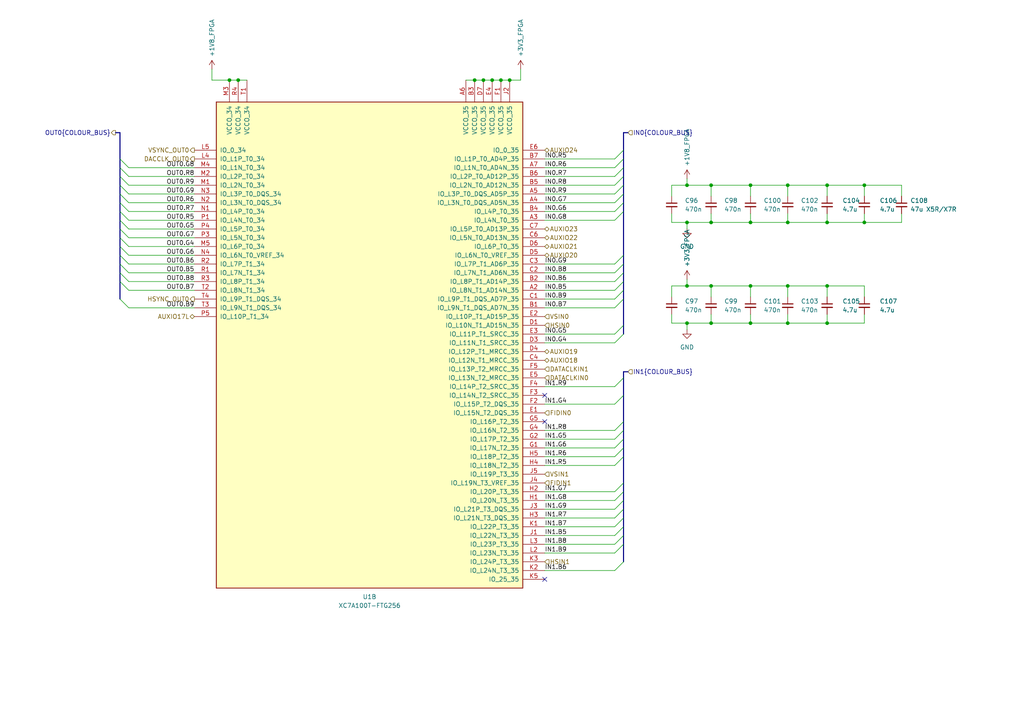
<source format=kicad_sch>
(kicad_sch (version 20211123) (generator eeschema)
  (paper "A4")
  (title_block (title "VGA Centrifuge") (date "2022-10-03") (rev "R3") (comment 1 "Author: Paolo Celati") (comment 2 "FPGA Video IO"))
  (lib_symbols
    (symbol "Device:C_Small" (pin_numbers hide) (pin_names (offset 0.254) hide)
      (property "Reference" "C" (at 0.254 1.778 0))
      (property "Value" "C_Small" (at 0.254 -2.032 0))
      (symbol "C_Small_0_1"
        (polyline (pts (xy -1.524 -0.508) (xy 1.524 -0.508)) (stroke (width 0.3302)))
        (polyline (pts (xy -1.524 0.508) (xy 1.524 0.508)) (stroke (width 0.3048)))
      )
      (symbol "C_Small_1_1"
        (pin passive line (at 0 2.54 270) (length 2.032) (name "~") (number "1"))
        (pin passive line (at 0 -2.54 90) (length 2.032) (name "~") (number "2"))
      )
    )
    (symbol "FPGA_Xilinx_Artix7:XC7A100T-FTG256" (pin_names (offset 1.016))
      (property "Reference" "U" (at 0 1.27 0))
      (property "Value" "XC7A100T-FTG256" (at 0 -1.27 0))
      (symbol "XC7A100T-FTG256_1_1"
        (rectangle (start -44.45 67.31) (end 44.45 -73.66) (stroke (width 0.254)) (fill (type background)))
        (pin bidirectional line (at 50.8 38.1 180) (length 6.35) (name "IO_L3N_T0_DQS_AD1N_15") (number "A10"))
        (pin bidirectional line (at 50.8 27.94 180) (length 6.35) (name "IO_L5N_T0_AD9N_15") (number "A12"))
        (pin bidirectional line (at 50.8 20.32 180) (length 6.35) (name "IO_L7P_T1_AD2P_15") (number "A13"))
        (pin bidirectional line (at 50.8 17.78 180) (length 6.35) (name "IO_L7N_T1_AD2N_15") (number "A14"))
        (pin bidirectional line (at 50.8 7.62 180) (length 6.35) (name "IO_L9N_T1_DQS_AD3N_15") (number "A15"))
        (pin power_in line (at 27.94 73.66 270) (length 6.35) (name "VCCO_15") (number "A16"))
        (pin bidirectional line (at 50.8 45.72 180) (length 6.35) (name "IO_L2P_T0_AD8P_15") (number "A8"))
        (pin bidirectional line (at 50.8 43.18 180) (length 6.35) (name "IO_L2N_T0_AD8N_15") (number "A9"))
        (pin bidirectional line (at 50.8 35.56 180) (length 6.35) (name "IO_L4P_T0_15") (number "B10"))
        (pin bidirectional line (at 50.8 33.02 180) (length 6.35) (name "IO_L4N_T0_15") (number "B11"))
        (pin bidirectional line (at 50.8 30.48 180) (length 6.35) (name "IO_L5P_T0_AD9P_15") (number "B12"))
        (pin power_in line (at 30.48 73.66 270) (length 6.35) (name "VCCO_15") (number "B13"))
        (pin bidirectional line (at 50.8 12.7 180) (length 6.35) (name "IO_L8N_T1_AD10N_15") (number "B14"))
        (pin bidirectional line (at 50.8 10.16 180) (length 6.35) (name "IO_L9P_T1_DQS_AD3P_15") (number "B15"))
        (pin bidirectional line (at 50.8 2.54 180) (length 6.35) (name "IO_L10N_T1_AD11N_15") (number "B16"))
        (pin bidirectional line (at 50.8 40.64 180) (length 6.35) (name "IO_L3P_T0_DQS_AD1P_15") (number "B9"))
        (pin power_in line (at 33.02 73.66 270) (length 6.35) (name "VCCO_15") (number "C10"))
        (pin bidirectional line (at 50.8 0 180) (length 6.35) (name "IO_L11P_T1_SRCC_15") (number "C11"))
        (pin bidirectional line (at 50.8 -2.54 180) (length 6.35) (name "IO_L11N_T1_SRCC_15") (number "C12"))
        (pin bidirectional line (at 50.8 -7.62 180) (length 6.35) (name "IO_L12N_T1_MRCC_15") (number "C13"))
        (pin bidirectional line (at 50.8 15.24 180) (length 6.35) (name "IO_L8P_T1_AD10P_15") (number "C14"))
        (pin bidirectional line (at 50.8 5.08 180) (length 6.35) (name "IO_L10P_T1_AD11P_15") (number "C16"))
        (pin bidirectional line (at 50.8 50.8 180) (length 6.35) (name "IO_L1P_T0_AD0P_15") (number "C8"))
        (pin bidirectional line (at 50.8 48.26 180) (length 6.35) (name "IO_L1N_T0_AD0N_15") (number "C9"))
        (pin bidirectional line (at 50.8 53.34 180) (length 6.35) (name "IO_0_15") (number "D10"))
        (pin bidirectional line (at 50.8 -17.78 180) (length 6.35) (name "IO_L14N_T2_SRCC_15") (number "D11"))
        (pin bidirectional line (at 50.8 -5.08 180) (length 6.35) (name "IO_L12P_T1_MRCC_15") (number "D13"))
        (pin bidirectional line (at 50.8 -20.32 180) (length 6.35) (name "IO_L15P_T2_DQS_15") (number "D14"))
        (pin bidirectional line (at 50.8 -22.86 180) (length 6.35) (name "IO_L15N_T2_DQS_ADV_B_15") (number "D15"))
        (pin bidirectional line (at 50.8 -33.02 180) (length 6.35) (name "IO_L17N_T2_A25_15") (number "D16"))
        (pin bidirectional line (at 50.8 25.4 180) (length 6.35) (name "IO_L6P_T0_15") (number "D8"))
        (pin bidirectional line (at 50.8 22.86 180) (length 6.35) (name "IO_L6N_T0_VREF_15") (number "D9"))
        (pin bidirectional line (at 50.8 -15.24 180) (length 6.35) (name "IO_L14P_T2_SRCC_15") (number "E11"))
        (pin bidirectional line (at 50.8 -10.16 180) (length 6.35) (name "IO_L13P_T2_MRCC_15") (number "E12"))
        (pin bidirectional line (at 50.8 -12.7 180) (length 6.35) (name "IO_L13N_T2_MRCC_15") (number "E13"))
        (pin power_in line (at 35.56 73.66 270) (length 6.35) (name "VCCO_15") (number "E14"))
        (pin bidirectional line (at 50.8 -38.1 180) (length 6.35) (name "IO_L18N_T2_A23_15") (number "E15"))
        (pin bidirectional line (at 50.8 -30.48 180) (length 6.35) (name "IO_L17P_T2_A26_15") (number "E16"))
        (pin bidirectional line (at 50.8 -25.4 180) (length 6.35) (name "IO_L16P_T2_A28_15") (number "F12"))
        (pin bidirectional line (at 50.8 -27.94 180) (length 6.35) (name "IO_L16N_T2_A27_15") (number "F13"))
        (pin bidirectional line (at 50.8 -53.34 180) (length 6.35) (name "IO_L21N_T3_DQS_A18_15") (number "F14"))
        (pin bidirectional line (at 50.8 -35.56 180) (length 6.35) (name "IO_L18P_T2_A24_15") (number "F15"))
        (pin bidirectional line (at 50.8 -71.12 180) (length 6.35) (name "IO_25_15") (number "G11"))
        (pin bidirectional line (at 50.8 -43.18 180) (length 6.35) (name "IO_L19N_T3_A21_VREF_15") (number "G12"))
        (pin bidirectional line (at 50.8 -50.8 180) (length 6.35) (name "IO_L21P_T3_DQS_15") (number "G14"))
        (pin bidirectional line (at 50.8 -68.58 180) (length 6.35) (name "IO_L24N_T3_RS0_15") (number "G15"))
        (pin bidirectional line (at 50.8 -58.42 180) (length 6.35) (name "IO_L22N_T3_A16_15") (number "G16"))
        (pin bidirectional line (at 50.8 -40.64 180) (length 6.35) (name "IO_L19P_T3_A22_15") (number "H11"))
        (pin bidirectional line (at 50.8 -45.72 180) (length 6.35) (name "IO_L20P_T3_A20_15") (number "H12"))
        (pin bidirectional line (at 50.8 -48.26 180) (length 6.35) (name "IO_L20N_T3_A19_15") (number "H13"))
        (pin bidirectional line (at 50.8 -66.04 180) (length 6.35) (name "IO_L24P_T3_RS1_15") (number "H14"))
        (pin power_in line (at 38.1 73.66 270) (length 6.35) (name "VCCO_15") (number "H15"))
        (pin bidirectional line (at 50.8 -55.88 180) (length 6.35) (name "IO_L22P_T3_A17_15") (number "H16"))
        (pin power_in line (at 40.64 73.66 270) (length 6.35) (name "VCCO_15") (number "J12"))
        (pin bidirectional line (at -50.8 50.8 0) (length 6.35) (name "IO_L1P_T0_D00_MOSI_14") (number "J13"))
        (pin bidirectional line (at -50.8 48.26 0) (length 6.35) (name "IO_L1N_T0_D01_DIN_14") (number "J14"))
        (pin bidirectional line (at 50.8 -60.96 180) (length 6.35) (name "IO_L23P_T3_FOE_B_15") (number "J15"))
        (pin bidirectional line (at 50.8 -63.5 180) (length 6.35) (name "IO_L23N_T3_FWE_B_15") (number "J16"))
        (pin bidirectional line (at -50.8 53.34 0) (length 6.35) (name "IO_0_14") (number "K12"))
        (pin bidirectional line (at -50.8 30.48 0) (length 6.35) (name "IO_L5P_T0_D06_14") (number "K13"))
        (pin bidirectional line (at -50.8 45.72 0) (length 6.35) (name "IO_L2P_T0_D02_14") (number "K15"))
        (pin bidirectional line (at -50.8 43.18 0) (length 6.35) (name "IO_L2N_T0_D03_14") (number "K16"))
        (pin bidirectional line (at -50.8 25.4 0) (length 6.35) (name "IO_L6P_T0_FCS_B_14") (number "L12"))
        (pin bidirectional line (at -50.8 27.94 0) (length 6.35) (name "IO_L5N_T0_D07_14") (number "L13"))
        (pin bidirectional line (at -50.8 35.56 0) (length 6.35) (name "IO_L4P_T0_D04_14") (number "L14"))
        (pin bidirectional line (at -50.8 40.64 0) (length 6.35) (name "IO_L3P_T0_DQS_PUDC_B_14") (number "L15"))
        (pin power_in line (at -40.64 73.66 270) (length 6.35) (name "VCCO_14") (number "L16"))
        (pin bidirectional line (at -50.8 22.86 0) (length 6.35) (name "IO_L6N_T0_D08_VREF_14") (number "M12"))
        (pin power_in line (at -38.1 73.66 270) (length 6.35) (name "VCCO_14") (number "M13"))
        (pin bidirectional line (at -50.8 33.02 0) (length 6.35) (name "IO_L4N_T0_D05_14") (number "M14"))
        (pin bidirectional line (at -50.8 38.1 0) (length 6.35) (name "IO_L3N_T0_DQS_EMCCLK_14") (number "M15"))
        (pin bidirectional line (at -50.8 20.32 0) (length 6.35) (name "IO_L7P_T1_D09_14") (number "M16"))
        (pin bidirectional line (at -50.8 -40.64 0) (length 6.35) (name "IO_L19P_T3_A10_D26_14") (number "M6"))
        (pin power_in line (at -35.56 73.66 270) (length 6.35) (name "VCCO_14") (number "N10"))
        (pin bidirectional line (at -50.8 -10.16 0) (length 6.35) (name "IO_L13P_T2_MRCC_14") (number "N11"))
        (pin bidirectional line (at -50.8 -12.7 0) (length 6.35) (name "IO_L13N_T2_MRCC_14") (number "N12"))
        (pin bidirectional line (at -50.8 0 0) (length 6.35) (name "IO_L11P_T1_SRCC_14") (number "N13"))
        (pin bidirectional line (at -50.8 -5.08 0) (length 6.35) (name "IO_L12P_T1_MRCC_14") (number "N14"))
        (pin bidirectional line (at -50.8 17.78 0) (length 6.35) (name "IO_L7N_T1_D10_14") (number "N16"))
        (pin bidirectional line (at -50.8 -43.18 0) (length 6.35) (name "IO_L19N_T3_A09_D25_VREF_14") (number "N6"))
        (pin bidirectional line (at -50.8 -35.56 0) (length 6.35) (name "IO_L18P_T2_A12_D28_14") (number "N9"))
        (pin bidirectional line (at -50.8 -15.24 0) (length 6.35) (name "IO_L14P_T2_SRCC_14") (number "P10"))
        (pin bidirectional line (at -50.8 -17.78 0) (length 6.35) (name "IO_L14N_T2_SRCC_14") (number "P11"))
        (pin bidirectional line (at -50.8 -2.54 0) (length 6.35) (name "IO_L11N_T1_SRCC_14") (number "P13"))
        (pin bidirectional line (at -50.8 -7.62 0) (length 6.35) (name "IO_L12N_T1_MRCC_14") (number "P14"))
        (pin bidirectional line (at -50.8 15.24 0) (length 6.35) (name "IO_L8P_T1_D11_14") (number "P15"))
        (pin bidirectional line (at -50.8 12.7 0) (length 6.35) (name "IO_L8N_T1_D12_14") (number "P16"))
        (pin bidirectional line (at -50.8 -71.12 0) (length 6.35) (name "IO_25_14") (number "P6"))
        (pin power_in line (at -33.02 73.66 270) (length 6.35) (name "VCCO_14") (number "P7"))
        (pin bidirectional line (at -50.8 -45.72 0) (length 6.35) (name "IO_L20P_T3_A08_D24_14") (number "P8"))
        (pin bidirectional line (at -50.8 -38.1 0) (length 6.35) (name "IO_L18N_T2_A11_D27_14") (number "P9"))
        (pin bidirectional line (at -50.8 -30.48 0) (length 6.35) (name "IO_L17P_T2_A14_D30_14") (number "R10"))
        (pin bidirectional line (at -50.8 -33.02 0) (length 6.35) (name "IO_L17N_T2_A13_D29_14") (number "R11"))
        (pin bidirectional line (at -50.8 -20.32 0) (length 6.35) (name "IO_L15P_T2_DQS_RDWR_B_14") (number "R12"))
        (pin bidirectional line (at -50.8 -25.4 0) (length 6.35) (name "IO_L16P_T2_CSI_B_14") (number "R13"))
        (pin power_in line (at -30.48 73.66 270) (length 6.35) (name "VCCO_14") (number "R14"))
        (pin bidirectional line (at -50.8 10.16 0) (length 6.35) (name "IO_L9P_T1_DQS_14") (number "R15"))
        (pin bidirectional line (at -50.8 7.62 0) (length 6.35) (name "IO_L9N_T1_DQS_D13_14") (number "R16"))
        (pin bidirectional line (at -50.8 -60.96 0) (length 6.35) (name "IO_L23P_T3_A03_D19_14") (number "R5"))
        (pin bidirectional line (at -50.8 -66.04 0) (length 6.35) (name "IO_L24P_T3_A01_D17_14") (number "R6"))
        (pin bidirectional line (at -50.8 -68.58 0) (length 6.35) (name "IO_L24N_T3_A00_D16_14") (number "R7"))
        (pin bidirectional line (at -50.8 -48.26 0) (length 6.35) (name "IO_L20N_T3_A07_D23_14") (number "R8"))
        (pin bidirectional line (at -50.8 -58.42 0) (length 6.35) (name "IO_L22N_T3_A04_D20_14") (number "T10"))
        (pin power_in line (at -27.94 73.66 270) (length 6.35) (name "VCCO_14") (number "T11"))
        (pin bidirectional line (at -50.8 -22.86 0) (length 6.35) (name "IO_L15N_T2_DQS_DOUT_CSO_B_14") (number "T12"))
        (pin bidirectional line (at -50.8 -27.94 0) (length 6.35) (name "IO_L16N_T2_A15_D31_14") (number "T13"))
        (pin bidirectional line (at -50.8 5.08 0) (length 6.35) (name "IO_L10P_T1_D14_14") (number "T14"))
        (pin bidirectional line (at -50.8 2.54 0) (length 6.35) (name "IO_L10N_T1_D15_14") (number "T15"))
        (pin bidirectional line (at -50.8 -63.5 0) (length 6.35) (name "IO_L23N_T3_A02_D18_14") (number "T5"))
        (pin bidirectional line (at -50.8 -50.8 0) (length 6.35) (name "IO_L21P_T3_DQS_14") (number "T7"))
        (pin bidirectional line (at -50.8 -53.34 0) (length 6.35) (name "IO_L21N_T3_DQS_A06_D22_14") (number "T8"))
        (pin bidirectional line (at -50.8 -55.88 0) (length 6.35) (name "IO_L22P_T3_A05_D21_14") (number "T9"))
      )
      (symbol "XC7A100T-FTG256_2_1"
        (rectangle (start -44.45 67.31) (end 44.45 -73.66) (stroke (width 0.254)) (fill (type background)))
        (pin bidirectional line (at 50.8 12.7 180) (length 6.35) (name "IO_L8N_T1_AD14N_35") (number "A2"))
        (pin bidirectional line (at 50.8 33.02 180) (length 6.35) (name "IO_L4N_T0_35") (number "A3"))
        (pin bidirectional line (at 50.8 38.1 180) (length 6.35) (name "IO_L3N_T0_DQS_AD5N_35") (number "A4"))
        (pin bidirectional line (at 50.8 40.64 180) (length 6.35) (name "IO_L3P_T0_DQS_AD5P_35") (number "A5"))
        (pin power_in line (at 27.94 73.66 270) (length 6.35) (name "VCCO_35") (number "A6"))
        (pin bidirectional line (at 50.8 48.26 180) (length 6.35) (name "IO_L1N_T0_AD4N_35") (number "A7"))
        (pin bidirectional line (at 50.8 7.62 180) (length 6.35) (name "IO_L9N_T1_DQS_AD7N_35") (number "B1"))
        (pin bidirectional line (at 50.8 15.24 180) (length 6.35) (name "IO_L8P_T1_AD14P_35") (number "B2"))
        (pin power_in line (at 30.48 73.66 270) (length 6.35) (name "VCCO_35") (number "B3"))
        (pin bidirectional line (at 50.8 35.56 180) (length 6.35) (name "IO_L4P_T0_35") (number "B4"))
        (pin bidirectional line (at 50.8 43.18 180) (length 6.35) (name "IO_L2N_T0_AD12N_35") (number "B5"))
        (pin bidirectional line (at 50.8 45.72 180) (length 6.35) (name "IO_L2P_T0_AD12P_35") (number "B6"))
        (pin bidirectional line (at 50.8 50.8 180) (length 6.35) (name "IO_L1P_T0_AD4P_35") (number "B7"))
        (pin bidirectional line (at 50.8 10.16 180) (length 6.35) (name "IO_L9P_T1_DQS_AD7P_35") (number "C1"))
        (pin bidirectional line (at 50.8 17.78 180) (length 6.35) (name "IO_L7N_T1_AD6N_35") (number "C2"))
        (pin bidirectional line (at 50.8 20.32 180) (length 6.35) (name "IO_L7P_T1_AD6P_35") (number "C3"))
        (pin bidirectional line (at 50.8 -7.62 180) (length 6.35) (name "IO_L12N_T1_MRCC_35") (number "C4"))
        (pin bidirectional line (at 50.8 27.94 180) (length 6.35) (name "IO_L5N_T0_AD13N_35") (number "C6"))
        (pin bidirectional line (at 50.8 30.48 180) (length 6.35) (name "IO_L5P_T0_AD13P_35") (number "C7"))
        (pin bidirectional line (at 50.8 2.54 180) (length 6.35) (name "IO_L10N_T1_AD15N_35") (number "D1"))
        (pin bidirectional line (at 50.8 -2.54 180) (length 6.35) (name "IO_L11N_T1_SRCC_35") (number "D3"))
        (pin bidirectional line (at 50.8 -5.08 180) (length 6.35) (name "IO_L12P_T1_MRCC_35") (number "D4"))
        (pin bidirectional line (at 50.8 22.86 180) (length 6.35) (name "IO_L6N_T0_VREF_35") (number "D5"))
        (pin bidirectional line (at 50.8 25.4 180) (length 6.35) (name "IO_L6P_T0_35") (number "D6"))
        (pin power_in line (at 33.02 73.66 270) (length 6.35) (name "VCCO_35") (number "D7"))
        (pin bidirectional line (at 50.8 -22.86 180) (length 6.35) (name "IO_L15N_T2_DQS_35") (number "E1"))
        (pin bidirectional line (at 50.8 5.08 180) (length 6.35) (name "IO_L10P_T1_AD15P_35") (number "E2"))
        (pin bidirectional line (at 50.8 0 180) (length 6.35) (name "IO_L11P_T1_SRCC_35") (number "E3"))
        (pin power_in line (at 35.56 73.66 270) (length 6.35) (name "VCCO_35") (number "E4"))
        (pin bidirectional line (at 50.8 -12.7 180) (length 6.35) (name "IO_L13N_T2_MRCC_35") (number "E5"))
        (pin bidirectional line (at 50.8 53.34 180) (length 6.35) (name "IO_0_35") (number "E6"))
        (pin power_in line (at 38.1 73.66 270) (length 6.35) (name "VCCO_35") (number "F1"))
        (pin bidirectional line (at 50.8 -20.32 180) (length 6.35) (name "IO_L15P_T2_DQS_35") (number "F2"))
        (pin bidirectional line (at 50.8 -17.78 180) (length 6.35) (name "IO_L14N_T2_SRCC_35") (number "F3"))
        (pin bidirectional line (at 50.8 -15.24 180) (length 6.35) (name "IO_L14P_T2_SRCC_35") (number "F4"))
        (pin bidirectional line (at 50.8 -10.16 180) (length 6.35) (name "IO_L13P_T2_MRCC_35") (number "F5"))
        (pin bidirectional line (at 50.8 -33.02 180) (length 6.35) (name "IO_L17N_T2_35") (number "G1"))
        (pin bidirectional line (at 50.8 -30.48 180) (length 6.35) (name "IO_L17P_T2_35") (number "G2"))
        (pin bidirectional line (at 50.8 -27.94 180) (length 6.35) (name "IO_L16N_T2_35") (number "G4"))
        (pin bidirectional line (at 50.8 -25.4 180) (length 6.35) (name "IO_L16P_T2_35") (number "G5"))
        (pin bidirectional line (at 50.8 -48.26 180) (length 6.35) (name "IO_L20N_T3_35") (number "H1"))
        (pin bidirectional line (at 50.8 -45.72 180) (length 6.35) (name "IO_L20P_T3_35") (number "H2"))
        (pin bidirectional line (at 50.8 -53.34 180) (length 6.35) (name "IO_L21N_T3_DQS_35") (number "H3"))
        (pin bidirectional line (at 50.8 -38.1 180) (length 6.35) (name "IO_L18N_T2_35") (number "H4"))
        (pin bidirectional line (at 50.8 -35.56 180) (length 6.35) (name "IO_L18P_T2_35") (number "H5"))
        (pin bidirectional line (at 50.8 -58.42 180) (length 6.35) (name "IO_L22N_T3_35") (number "J1"))
        (pin power_in line (at 40.64 73.66 270) (length 6.35) (name "VCCO_35") (number "J2"))
        (pin bidirectional line (at 50.8 -50.8 180) (length 6.35) (name "IO_L21P_T3_DQS_35") (number "J3"))
        (pin bidirectional line (at 50.8 -43.18 180) (length 6.35) (name "IO_L19N_T3_VREF_35") (number "J4"))
        (pin bidirectional line (at 50.8 -40.64 180) (length 6.35) (name "IO_L19P_T3_35") (number "J5"))
        (pin bidirectional line (at 50.8 -55.88 180) (length 6.35) (name "IO_L22P_T3_35") (number "K1"))
        (pin bidirectional line (at 50.8 -68.58 180) (length 6.35) (name "IO_L24N_T3_35") (number "K2"))
        (pin bidirectional line (at 50.8 -66.04 180) (length 6.35) (name "IO_L24P_T3_35") (number "K3"))
        (pin bidirectional line (at 50.8 -71.12 180) (length 6.35) (name "IO_25_35") (number "K5"))
        (pin bidirectional line (at 50.8 -63.5 180) (length 6.35) (name "IO_L23N_T3_35") (number "L2"))
        (pin bidirectional line (at 50.8 -60.96 180) (length 6.35) (name "IO_L23P_T3_35") (number "L3"))
        (pin bidirectional line (at -50.8 50.8 0) (length 6.35) (name "IO_L1P_T0_34") (number "L4"))
        (pin bidirectional line (at -50.8 53.34 0) (length 6.35) (name "IO_0_34") (number "L5"))
        (pin bidirectional line (at -50.8 43.18 0) (length 6.35) (name "IO_L2N_T0_34") (number "M1"))
        (pin bidirectional line (at -50.8 45.72 0) (length 6.35) (name "IO_L2P_T0_34") (number "M2"))
        (pin power_in line (at -40.64 73.66 270) (length 6.35) (name "VCCO_34") (number "M3"))
        (pin bidirectional line (at -50.8 48.26 0) (length 6.35) (name "IO_L1N_T0_34") (number "M4"))
        (pin bidirectional line (at -50.8 25.4 0) (length 6.35) (name "IO_L6P_T0_34") (number "M5"))
        (pin bidirectional line (at -50.8 35.56 0) (length 6.35) (name "IO_L4P_T0_34") (number "N1"))
        (pin bidirectional line (at -50.8 38.1 0) (length 6.35) (name "IO_L3N_T0_DQS_34") (number "N2"))
        (pin bidirectional line (at -50.8 40.64 0) (length 6.35) (name "IO_L3P_T0_DQS_34") (number "N3"))
        (pin bidirectional line (at -50.8 22.86 0) (length 6.35) (name "IO_L6N_T0_VREF_34") (number "N4"))
        (pin bidirectional line (at -50.8 33.02 0) (length 6.35) (name "IO_L4N_T0_34") (number "P1"))
        (pin bidirectional line (at -50.8 27.94 0) (length 6.35) (name "IO_L5N_T0_34") (number "P3"))
        (pin bidirectional line (at -50.8 30.48 0) (length 6.35) (name "IO_L5P_T0_34") (number "P4"))
        (pin bidirectional line (at -50.8 5.08 0) (length 6.35) (name "IO_L10P_T1_34") (number "P5"))
        (pin bidirectional line (at -50.8 17.78 0) (length 6.35) (name "IO_L7N_T1_34") (number "R1"))
        (pin bidirectional line (at -50.8 20.32 0) (length 6.35) (name "IO_L7P_T1_34") (number "R2"))
        (pin bidirectional line (at -50.8 15.24 0) (length 6.35) (name "IO_L8P_T1_34") (number "R3"))
        (pin power_in line (at -38.1 73.66 270) (length 6.35) (name "VCCO_34") (number "R4"))
        (pin power_in line (at -35.56 73.66 270) (length 6.35) (name "VCCO_34") (number "T1"))
        (pin bidirectional line (at -50.8 12.7 0) (length 6.35) (name "IO_L8N_T1_34") (number "T2"))
        (pin bidirectional line (at -50.8 7.62 0) (length 6.35) (name "IO_L9N_T1_DQS_34") (number "T3"))
        (pin bidirectional line (at -50.8 10.16 0) (length 6.35) (name "IO_L9P_T1_DQS_34") (number "T4"))
      )
      (symbol "XC7A100T-FTG256_3_1"
        (rectangle (start -31.75 34.29) (end 31.75 -40.64) (stroke (width 0.254)) (fill (type background)))
        (pin bidirectional line (at 38.1 -15.24 180) (length 6.35) (name "CFGBVS_0") (number "E7"))
        (pin bidirectional line (at 38.1 7.62 180) (length 6.35) (name "CCLK_0") (number "E8"))
        (pin bidirectional line (at 38.1 -5.08 180) (length 6.35) (name "DONE_0") (number "H10"))
        (pin bidirectional line (at 38.1 -30.48 180) (length 6.35) (name "VREFN_0") (number "H7"))
        (pin bidirectional line (at 38.1 -20.32 180) (length 6.35) (name "VP_0") (number "H8"))
        (pin bidirectional line (at 38.1 -22.86 180) (length 6.35) (name "VN_0") (number "J7"))
        (pin bidirectional line (at 38.1 -27.94 180) (length 6.35) (name "VREFP_0") (number "J8"))
        (pin bidirectional line (at 38.1 -7.62 180) (length 6.35) (name "INIT_B_0") (number "K10"))
        (pin bidirectional line (at 38.1 -38.1 180) (length 6.35) (name "DXN_0") (number "K7"))
        (pin bidirectional line (at 38.1 -35.56 180) (length 6.35) (name "DXP_0") (number "K8"))
        (pin power_in line (at 27.94 40.64 270) (length 6.35) (name "VCCO_0") (number "L6"))
        (pin bidirectional line (at 38.1 12.7 180) (length 6.35) (name "TCK_0") (number "L7"))
        (pin bidirectional line (at 38.1 -10.16 180) (length 6.35) (name "PROGRAM_B_0") (number "L9"))
        (pin bidirectional line (at 38.1 2.54 180) (length 6.35) (name "M1_0") (number "M10"))
        (pin bidirectional line (at 38.1 0 180) (length 6.35) (name "M2_0") (number "M11"))
        (pin bidirectional line (at 38.1 15.24 180) (length 6.35) (name "TMS_0") (number "M7"))
        (pin bidirectional line (at 38.1 5.08 180) (length 6.35) (name "M0_0") (number "M9"))
        (pin bidirectional line (at 38.1 20.32 180) (length 6.35) (name "TDI_0") (number "N7"))
        (pin bidirectional line (at 38.1 17.78 180) (length 6.35) (name "TDO_0") (number "N8"))
      )
      (symbol "XC7A100T-FTG256_4_1"
        (rectangle (start -19.05 35.56) (end 19.05 -35.56) (stroke (width 0.254)) (fill (type background)))
        (pin power_in line (at -25.4 2.54 0) (length 6.35) (name "GND") (number "A1"))
        (pin power_in line (at -25.4 0 0) (length 6.35) (name "GND") (number "A11"))
        (pin power_in line (at -25.4 -2.54 0) (length 6.35) (name "GND") (number "B8"))
        (pin power_in line (at -25.4 -7.62 0) (length 6.35) (name "GND") (number "C15"))
        (pin power_in line (at -25.4 -5.08 0) (length 6.35) (name "GND") (number "C5"))
        (pin power_in line (at -25.4 -12.7 0) (length 6.35) (name "GND") (number "D12"))
        (pin power_in line (at -25.4 -10.16 0) (length 6.35) (name "GND") (number "D2"))
        (pin power_in line (at -25.4 12.7 0) (length 6.35) (name "VCCBRAM") (number "E10"))
        (pin power_in line (at -25.4 -15.24 0) (length 6.35) (name "GND") (number "E9"))
        (pin power_in line (at -25.4 -20.32 0) (length 6.35) (name "GND") (number "F10"))
        (pin power_in line (at -25.4 10.16 0) (length 6.35) (name "VCCBRAM") (number "F11"))
        (pin power_in line (at -25.4 -22.86 0) (length 6.35) (name "GND") (number "F16"))
        (pin power_in line (at -25.4 -17.78 0) (length 6.35) (name "GND") (number "F6"))
        (pin power_in line (at 25.4 33.02 180) (length 6.35) (name "VCCINT") (number "F7"))
        (pin power_in line (at -25.4 15.24 0) (length 6.35) (name "VCCBATT_0") (number "F8"))
        (pin power_in line (at 25.4 30.48 180) (length 6.35) (name "VCCINT") (number "F9"))
        (pin power_in line (at -25.4 33.02 0) (length 6.35) (name "VCCAUX") (number "G10"))
        (pin power_in line (at -25.4 -30.48 0) (length 6.35) (name "GND") (number "G13"))
        (pin power_in line (at -25.4 -25.4 0) (length 6.35) (name "GND") (number "G3"))
        (pin power_in line (at 25.4 27.94 180) (length 6.35) (name "VCCINT") (number "G6"))
        (pin power_in line (at -25.4 20.32 0) (length 6.35) (name "GNDADC_0") (number "G7"))
        (pin power_in line (at -25.4 17.78 0) (length 6.35) (name "VCCADC_0") (number "G8"))
        (pin power_in line (at -25.4 -27.94 0) (length 6.35) (name "GND") (number "G9"))
        (pin power_in line (at -25.4 -33.02 0) (length 6.35) (name "GND") (number "H6"))
        (pin power_in line (at 25.4 25.4 180) (length 6.35) (name "VCCINT") (number "H9"))
        (pin power_in line (at -25.4 30.48 0) (length 6.35) (name "VCCAUX") (number "J10"))
        (pin power_in line (at 25.4 0 180) (length 6.35) (name "GND") (number "J11"))
        (pin power_in line (at 25.4 22.86 180) (length 6.35) (name "VCCINT") (number "J6"))
        (pin power_in line (at 25.4 2.54 180) (length 6.35) (name "GND") (number "J9"))
        (pin power_in line (at -25.4 27.94 0) (length 6.35) (name "VCCAUX") (number "K11"))
        (pin power_in line (at 25.4 -7.62 180) (length 6.35) (name "GND") (number "K14"))
        (pin power_in line (at 25.4 -2.54 180) (length 6.35) (name "GND") (number "K4"))
        (pin power_in line (at 25.4 -5.08 180) (length 6.35) (name "GND") (number "K6"))
        (pin power_in line (at 25.4 20.32 180) (length 6.35) (name "VCCINT") (number "K9"))
        (pin power_in line (at 25.4 -10.16 180) (length 6.35) (name "GND") (number "L1"))
        (pin power_in line (at -25.4 25.4 0) (length 6.35) (name "VCCAUX") (number "L10"))
        (pin power_in line (at 25.4 -12.7 180) (length 6.35) (name "GND") (number "L11"))
        (pin power_in line (at 25.4 17.78 180) (length 6.35) (name "VCCINT") (number "L8"))
        (pin power_in line (at 25.4 -15.24 180) (length 6.35) (name "GND") (number "M8"))
        (pin power_in line (at 25.4 -20.32 180) (length 6.35) (name "GND") (number "N15"))
        (pin power_in line (at 25.4 -17.78 180) (length 6.35) (name "GND") (number "N5"))
        (pin power_in line (at 25.4 -25.4 180) (length 6.35) (name "GND") (number "P12"))
        (pin power_in line (at 25.4 -22.86 180) (length 6.35) (name "GND") (number "P2"))
        (pin power_in line (at 25.4 -27.94 180) (length 6.35) (name "GND") (number "R9"))
        (pin power_in line (at 25.4 -33.02 180) (length 6.35) (name "GND") (number "T16"))
        (pin power_in line (at 25.4 -30.48 180) (length 6.35) (name "GND") (number "T6"))
      )
    )
    (symbol "centrifuge_symbols:+1V8_FPGA" (power) (pin_names (offset 0))
      (property "Value" "+1V8_FPGA" (at 0 3.556 90))
      (symbol "+1V8_FPGA_0_1"
        (polyline (pts (xy -0.762 1.27) (xy 0 2.54)))
        (polyline (pts (xy 0 0) (xy 0 2.54)))
        (polyline (pts (xy 0 2.54) (xy 0.762 1.27)))
      )
      (symbol "+1V8_FPGA_1_1"
        (pin power_in line (at 0 0 90) (length 0) hide (name "+1V8_FPGA") (number "1"))
      )
    )
    (symbol "centrifuge_symbols:+3V3_FPGA" (power) (pin_names (offset 0))
      (property "Value" "+3V3_FPGA" (at 0 3.556 90))
      (symbol "+3V3_FPGA_0_1"
        (polyline (pts (xy -0.762 1.27) (xy 0 2.54)))
        (polyline (pts (xy 0 0) (xy 0 2.54)))
        (polyline (pts (xy 0 2.54) (xy 0.762 1.27)))
      )
      (symbol "+3V3_FPGA_1_1"
        (pin power_in line (at 0 0 90) (length 0) hide (name "+3V3_FPGA") (number "1"))
      )
    )
    (symbol "power:GND" (power) (pin_names (offset 0))
      (property "Value" "GND" (at 0 -3.81 0))
      (symbol "GND_0_1"
        (polyline (pts (xy 0 0) (xy 0 -1.27) (xy 1.27 -1.27) (xy 0 -2.54) (xy -1.27 -1.27) (xy 0 -1.27)))
      )
      (symbol "GND_1_1"
        (pin power_in line (at 0 0 270) (length 0) hide (name "GND") (number "1"))
      )
    )
  )
  (junction (at 199.263 93.726))
  (junction (at 239.903 93.726))
  (junction (at 239.903 82.931))
  (junction (at 228.473 53.721))
  (junction (at 140.208 23.241))
  (junction (at 206.248 93.726))
  (junction (at 66.548 23.241))
  (junction (at 147.828 23.241))
  (junction (at 217.678 82.931))
  (junction (at 239.903 53.721))
  (junction (at 228.473 93.726))
  (junction (at 206.248 53.721))
  (junction (at 142.748 23.241))
  (junction (at 199.263 53.721))
  (junction (at 217.678 64.516))
  (junction (at 217.678 53.721))
  (junction (at 137.668 23.241))
  (junction (at 145.288 23.241))
  (junction (at 228.473 82.931))
  (junction (at 69.088 23.241))
  (junction (at 199.263 64.516))
  (junction (at 250.698 53.721))
  (junction (at 199.263 82.931))
  (junction (at 239.903 64.516))
  (junction (at 217.678 93.726))
  (junction (at 206.248 64.516))
  (junction (at 206.248 82.931))
  (junction (at 228.473 64.516))
  (junction (at 250.698 64.516))
  (no_connect (at 157.988 168.021))
  (no_connect (at 157.988 114.681))
  (no_connect (at 157.988 122.301))
  (bus_entry (at 37.338 89.281) (size -2.54 -2.54))
  (bus_entry (at 178.308 147.701) (size 2.54 -2.54))
  (bus_entry (at 178.308 117.221) (size 2.54 -2.54))
  (bus_entry (at 37.338 71.501) (size -2.54 -2.54))
  (bus_entry (at 178.308 142.621) (size 2.54 -2.54))
  (bus_entry (at 178.308 79.121) (size 2.54 -2.54))
  (bus_entry (at 178.308 124.841) (size 2.54 -2.54))
  (bus_entry (at 37.338 61.341) (size -2.54 -2.54))
  (bus_entry (at 37.338 79.121) (size -2.54 -2.54))
  (bus_entry (at 37.338 84.201) (size -2.54 -2.54))
  (bus_entry (at 178.308 135.001) (size 2.54 -2.54))
  (bus_entry (at 178.308 58.801) (size 2.54 -2.54))
  (bus_entry (at 178.308 160.401) (size 2.54 -2.54))
  (bus_entry (at 178.308 63.881) (size 2.54 -2.54))
  (bus_entry (at 178.308 157.861) (size 2.54 -2.54))
  (bus_entry (at 37.338 66.421) (size -2.54 -2.54))
  (bus_entry (at 37.338 48.641) (size -2.54 -2.54))
  (bus_entry (at 178.308 132.461) (size 2.54 -2.54))
  (bus_entry (at 37.338 68.961) (size -2.54 -2.54))
  (bus_entry (at 178.308 48.641) (size 2.54 -2.54))
  (bus_entry (at 37.338 81.661) (size -2.54 -2.54))
  (bus_entry (at 178.308 61.341) (size 2.54 -2.54))
  (bus_entry (at 178.308 112.141) (size 2.54 -2.54))
  (bus_entry (at 37.338 74.041) (size -2.54 -2.54))
  (bus_entry (at 37.338 53.721) (size -2.54 -2.54))
  (bus_entry (at 178.308 99.441) (size 2.54 -2.54))
  (bus_entry (at 37.338 51.181) (size -2.54 -2.54))
  (bus_entry (at 178.308 165.481) (size 2.54 -2.54))
  (bus_entry (at 178.308 155.321) (size 2.54 -2.54))
  (bus_entry (at 178.308 152.781) (size 2.54 -2.54))
  (bus_entry (at 178.308 51.181) (size 2.54 -2.54))
  (bus_entry (at 178.308 84.201) (size 2.54 -2.54))
  (bus_entry (at 37.338 63.881) (size -2.54 -2.54))
  (bus_entry (at 178.308 129.921) (size 2.54 -2.54))
  (bus_entry (at 37.338 76.581) (size -2.54 -2.54))
  (bus_entry (at 178.308 56.261) (size 2.54 -2.54))
  (bus_entry (at 37.338 56.261) (size -2.54 -2.54))
  (bus_entry (at 178.308 53.721) (size 2.54 -2.54))
  (bus_entry (at 37.338 58.801) (size -2.54 -2.54))
  (bus_entry (at 178.308 96.901) (size 2.54 -2.54))
  (bus_entry (at 178.308 76.581) (size 2.54 -2.54))
  (bus_entry (at 178.308 127.381) (size 2.54 -2.54))
  (bus_entry (at 178.308 81.661) (size 2.54 -2.54))
  (bus_entry (at 178.308 46.101) (size 2.54 -2.54))
  (bus_entry (at 178.308 89.281) (size 2.54 -2.54))
  (bus_entry (at 178.308 150.241) (size 2.54 -2.54))
  (bus_entry (at 178.308 86.741) (size 2.54 -2.54))
  (bus_entry (at 178.308 145.161) (size 2.54 -2.54))
  (wire (pts (xy 66.548 23.241) (xy 69.088 23.241)))
  (wire (pts (xy 178.308 124.841) (xy 157.988 124.841)))
  (wire (pts (xy 37.338 76.581) (xy 56.388 76.581)))
  (wire (pts (xy 178.308 145.161) (xy 157.988 145.161)))
  (bus (pts (xy 34.798 53.721) (xy 34.798 56.261)))
  (wire (pts (xy 217.678 53.721) (xy 217.678 56.896)))
  (wire (pts (xy 250.698 82.931) (xy 250.698 86.106)))
  (bus (pts (xy 182.118 107.823) (xy 180.848 107.823)))
  (wire (pts (xy 239.903 82.931) (xy 239.903 86.106)))
  (wire (pts (xy 37.338 66.421) (xy 56.388 66.421)))
  (bus (pts (xy 180.848 114.681) (xy 180.848 109.601)))
  (wire (pts (xy 239.903 53.721) (xy 250.698 53.721)))
  (bus (pts (xy 180.848 124.841) (xy 180.848 127.381)))
  (wire (pts (xy 194.818 64.516) (xy 199.263 64.516)))
  (wire (pts (xy 178.308 112.141) (xy 157.988 112.141)))
  (bus (pts (xy 34.798 79.121) (xy 34.798 81.661)))
  (wire (pts (xy 217.678 64.516) (xy 228.473 64.516)))
  (wire (pts (xy 69.088 23.241) (xy 71.628 23.241)))
  (wire (pts (xy 228.473 53.721) (xy 228.473 56.896)))
  (bus (pts (xy 180.848 76.581) (xy 180.848 79.121)))
  (bus (pts (xy 34.798 74.041) (xy 34.798 76.581)))
  (wire (pts (xy 199.263 81.026) (xy 199.263 82.931)))
  (wire (pts (xy 37.338 58.801) (xy 56.388 58.801)))
  (bus (pts (xy 180.848 84.201) (xy 180.848 86.741)))
  (bus (pts (xy 180.848 147.701) (xy 180.848 150.241)))
  (wire (pts (xy 228.473 93.726) (xy 239.903 93.726)))
  (bus (pts (xy 180.848 61.341) (xy 180.848 58.801)))
  (bus (pts (xy 180.848 124.841) (xy 180.848 122.301)))
  (wire (pts (xy 37.338 71.501) (xy 56.388 71.501)))
  (wire (pts (xy 178.308 117.221) (xy 157.988 117.221)))
  (wire (pts (xy 178.308 86.741) (xy 157.988 86.741)))
  (wire (pts (xy 178.308 79.121) (xy 157.988 79.121)))
  (bus (pts (xy 34.798 63.881) (xy 34.798 61.341)))
  (wire (pts (xy 217.678 93.726) (xy 217.678 91.186)))
  (wire (pts (xy 250.698 64.516) (xy 261.493 64.516)))
  (wire (pts (xy 37.338 63.881) (xy 56.388 63.881)))
  (wire (pts (xy 206.248 64.516) (xy 217.678 64.516)))
  (wire (pts (xy 250.698 93.726) (xy 250.698 91.186)))
  (wire (pts (xy 239.903 53.721) (xy 239.903 56.896)))
  (wire (pts (xy 206.248 82.931) (xy 206.248 86.106)))
  (wire (pts (xy 178.308 147.701) (xy 157.988 147.701)))
  (bus (pts (xy 180.848 145.161) (xy 180.848 147.701)))
  (bus (pts (xy 34.798 51.181) (xy 34.798 48.641)))
  (wire (pts (xy 228.473 82.931) (xy 228.473 86.106)))
  (wire (pts (xy 37.338 89.281) (xy 56.388 89.281)))
  (bus (pts (xy 34.798 76.581) (xy 34.798 79.121)))
  (bus (pts (xy 33.528 38.481) (xy 34.798 38.481)))
  (bus (pts (xy 180.848 51.181) (xy 180.848 53.721)))
  (bus (pts (xy 180.848 140.081) (xy 180.848 142.621)))
  (wire (pts (xy 135.128 23.241) (xy 137.668 23.241)))
  (wire (pts (xy 194.818 93.726) (xy 194.818 91.186)))
  (bus (pts (xy 180.848 114.681) (xy 180.848 122.301)))
  (wire (pts (xy 145.288 23.241) (xy 147.828 23.241)))
  (bus (pts (xy 34.798 51.181) (xy 34.798 53.721)))
  (bus (pts (xy 180.848 142.621) (xy 180.848 145.161)))
  (wire (pts (xy 178.308 155.321) (xy 157.988 155.321)))
  (wire (pts (xy 178.308 56.261) (xy 157.988 56.261)))
  (wire (pts (xy 178.308 63.881) (xy 157.988 63.881)))
  (wire (pts (xy 37.338 56.261) (xy 56.388 56.261)))
  (wire (pts (xy 239.903 64.516) (xy 250.698 64.516)))
  (wire (pts (xy 199.263 93.726) (xy 199.263 95.631)))
  (bus (pts (xy 34.798 61.341) (xy 34.798 58.801)))
  (bus (pts (xy 180.848 81.661) (xy 180.848 84.201)))
  (bus (pts (xy 180.848 132.461) (xy 180.848 140.081)))
  (wire (pts (xy 206.248 53.721) (xy 217.678 53.721)))
  (wire (pts (xy 250.698 53.721) (xy 250.698 56.896)))
  (wire (pts (xy 261.493 53.721) (xy 250.698 53.721)))
  (wire (pts (xy 228.473 64.516) (xy 239.903 64.516)))
  (wire (pts (xy 199.263 64.516) (xy 199.263 66.421)))
  (wire (pts (xy 217.678 64.516) (xy 217.678 61.976)))
  (wire (pts (xy 178.308 51.181) (xy 157.988 51.181)))
  (wire (pts (xy 178.308 99.441) (xy 157.988 99.441)))
  (wire (pts (xy 199.263 53.721) (xy 206.248 53.721)))
  (wire (pts (xy 142.748 23.241) (xy 145.288 23.241)))
  (bus (pts (xy 34.798 58.801) (xy 34.798 56.261)))
  (wire (pts (xy 178.308 127.381) (xy 157.988 127.381)))
  (bus (pts (xy 34.798 81.661) (xy 34.798 86.741)))
  (wire (pts (xy 178.308 46.101) (xy 157.988 46.101)))
  (wire (pts (xy 178.308 132.461) (xy 157.988 132.461)))
  (wire (pts (xy 178.308 81.661) (xy 157.988 81.661)))
  (bus (pts (xy 180.848 152.781) (xy 180.848 155.321)))
  (bus (pts (xy 34.798 68.961) (xy 34.798 71.501)))
  (wire (pts (xy 199.263 51.816) (xy 199.263 53.721)))
  (bus (pts (xy 180.848 56.261) (xy 180.848 53.721)))
  (wire (pts (xy 261.493 61.976) (xy 261.493 64.516)))
  (wire (pts (xy 178.308 165.481) (xy 157.988 165.481)))
  (wire (pts (xy 178.308 53.721) (xy 157.988 53.721)))
  (bus (pts (xy 180.848 86.741) (xy 180.848 94.361)))
  (wire (pts (xy 61.468 23.241) (xy 66.548 23.241)))
  (wire (pts (xy 178.308 129.921) (xy 157.988 129.921)))
  (wire (pts (xy 199.263 82.931) (xy 206.248 82.931)))
  (bus (pts (xy 34.798 66.421) (xy 34.798 63.881)))
  (wire (pts (xy 147.828 23.241) (xy 151.003 23.241)))
  (wire (pts (xy 261.493 56.896) (xy 261.493 53.721)))
  (wire (pts (xy 194.818 82.931) (xy 199.263 82.931)))
  (wire (pts (xy 194.818 53.721) (xy 194.818 56.896)))
  (wire (pts (xy 228.473 82.931) (xy 239.903 82.931)))
  (wire (pts (xy 178.308 89.281) (xy 157.988 89.281)))
  (wire (pts (xy 250.698 64.516) (xy 250.698 61.976)))
  (wire (pts (xy 199.263 93.726) (xy 206.248 93.726)))
  (wire (pts (xy 178.308 150.241) (xy 157.988 150.241)))
  (wire (pts (xy 178.308 142.621) (xy 157.988 142.621)))
  (wire (pts (xy 178.308 160.401) (xy 157.988 160.401)))
  (wire (pts (xy 37.338 51.181) (xy 56.388 51.181)))
  (wire (pts (xy 37.338 79.121) (xy 56.388 79.121)))
  (wire (pts (xy 37.338 74.041) (xy 56.388 74.041)))
  (wire (pts (xy 228.473 53.721) (xy 239.903 53.721)))
  (wire (pts (xy 37.338 53.721) (xy 56.388 53.721)))
  (wire (pts (xy 37.338 68.961) (xy 56.388 68.961)))
  (wire (pts (xy 206.248 82.931) (xy 217.678 82.931)))
  (bus (pts (xy 180.848 38.481) (xy 180.848 43.561)))
  (wire (pts (xy 137.668 23.241) (xy 140.208 23.241)))
  (bus (pts (xy 180.848 150.241) (xy 180.848 152.781)))
  (wire (pts (xy 37.338 61.341) (xy 56.388 61.341)))
  (wire (pts (xy 140.208 23.241) (xy 142.748 23.241)))
  (bus (pts (xy 180.848 129.921) (xy 180.848 132.461)))
  (wire (pts (xy 37.338 48.641) (xy 56.388 48.641)))
  (bus (pts (xy 34.798 66.421) (xy 34.798 68.961)))
  (wire (pts (xy 194.818 93.726) (xy 199.263 93.726)))
  (wire (pts (xy 178.308 157.861) (xy 157.988 157.861)))
  (wire (pts (xy 178.308 76.581) (xy 157.988 76.581)))
  (bus (pts (xy 34.798 48.641) (xy 34.798 46.101)))
  (wire (pts (xy 206.248 53.721) (xy 206.248 56.896)))
  (wire (pts (xy 178.308 84.201) (xy 157.988 84.201)))
  (wire (pts (xy 178.308 58.801) (xy 157.988 58.801)))
  (bus (pts (xy 34.798 38.481) (xy 34.798 46.101)))
  (bus (pts (xy 180.848 61.341) (xy 180.848 74.041)))
  (wire (pts (xy 37.338 84.201) (xy 56.388 84.201)))
  (wire (pts (xy 178.308 61.341) (xy 157.988 61.341)))
  (wire (pts (xy 217.678 93.726) (xy 228.473 93.726)))
  (wire (pts (xy 206.248 64.516) (xy 206.248 61.976)))
  (bus (pts (xy 180.848 127.381) (xy 180.848 129.921)))
  (wire (pts (xy 178.308 152.781) (xy 157.988 152.781)))
  (bus (pts (xy 180.848 48.641) (xy 180.848 46.101)))
  (wire (pts (xy 217.678 82.931) (xy 228.473 82.931)))
  (wire (pts (xy 178.308 48.641) (xy 157.988 48.641)))
  (wire (pts (xy 206.248 93.726) (xy 206.248 91.186)))
  (bus (pts (xy 180.848 74.041) (xy 180.848 76.581)))
  (wire (pts (xy 217.678 53.721) (xy 228.473 53.721)))
  (wire (pts (xy 239.903 82.931) (xy 250.698 82.931)))
  (wire (pts (xy 194.818 82.931) (xy 194.818 86.106)))
  (bus (pts (xy 180.848 58.801) (xy 180.848 56.261)))
  (wire (pts (xy 228.473 93.726) (xy 228.473 91.186)))
  (wire (pts (xy 178.308 135.001) (xy 157.988 135.001)))
  (bus (pts (xy 180.848 94.361) (xy 180.848 96.901)))
  (bus (pts (xy 180.848 51.181) (xy 180.848 48.641)))
  (wire (pts (xy 217.678 82.931) (xy 217.678 86.106)))
  (bus (pts (xy 180.848 157.861) (xy 180.848 162.941)))
  (wire (pts (xy 239.903 64.516) (xy 239.903 61.976)))
  (wire (pts (xy 228.473 64.516) (xy 228.473 61.976)))
  (wire (pts (xy 199.263 64.516) (xy 206.248 64.516)))
  (bus (pts (xy 180.848 79.121) (xy 180.848 81.661)))
  (wire (pts (xy 194.818 64.516) (xy 194.818 61.976)))
  (wire (pts (xy 239.903 93.726) (xy 239.903 91.186)))
  (wire (pts (xy 239.903 93.726) (xy 250.698 93.726)))
  (wire (pts (xy 206.248 93.726) (xy 217.678 93.726)))
  (bus (pts (xy 180.848 155.321) (xy 180.848 157.861)))
  (wire (pts (xy 61.468 20.066) (xy 61.468 23.241)))
  (bus (pts (xy 34.798 71.501) (xy 34.798 74.041)))
  (wire (pts (xy 151.003 20.066) (xy 151.003 23.241)))
  (bus (pts (xy 180.848 46.101) (xy 180.848 43.561)))
  (bus (pts (xy 180.848 109.601) (xy 180.848 107.823)))
  (bus (pts (xy 182.118 38.481) (xy 180.848 38.481)))
  (wire (pts (xy 178.308 96.901) (xy 157.988 96.901)))
  (wire (pts (xy 37.338 81.661) (xy 56.388 81.661)))
  (wire (pts (xy 194.818 53.721) (xy 199.263 53.721)))
  (label "IN0.R5" (at 157.988 46.101 0))
  (label "IN0.B7" (at 157.988 89.281 0))
  (label "OUT0.R7" (at 56.388 61.341 180))
  (label "OUT0.G8" (at 56.388 48.641 180))
  (label "IN1.G9" (at 157.988 147.701 0))
  (label "IN0.B5" (at 157.988 84.201 0))
  (label "IN1.R9" (at 157.988 112.141 0))
  (label "IN1.G6" (at 157.988 129.921 0))
  (label "IN1.B5" (at 157.988 155.321 0))
  (label "IN1.G7" (at 157.988 142.621 0))
  (label "IN1.R5" (at 157.988 135.001 0))
  (label "IN0.G4" (at 157.988 99.441 0))
  (label "OUT0.B7" (at 56.388 84.201 180))
  (label "IN0.B6" (at 157.988 81.661 0))
  (label "IN1.G5" (at 157.988 127.381 0))
  (label "IN1.R6" (at 157.988 132.461 0))
  (label "IN1.G4" (at 157.988 117.221 0))
  (label "OUT0.R6" (at 56.388 58.801 180))
  (label "OUT0.B8" (at 56.388 81.661 180))
  (label "OUT0.R9" (at 56.388 53.721 180))
  (label "OUT0.G6" (at 56.388 74.041 180))
  (label "OUT0.R8" (at 56.388 51.181 180))
  (label "IN1.R8" (at 157.988 124.841 0))
  (label "IN1.R7" (at 157.988 150.241 0))
  (label "IN0.R9" (at 157.988 56.261 0))
  (label "IN0.G9" (at 157.988 76.581 0))
  (label "IN1.B9" (at 157.988 160.401 0))
  (label "IN0.R8" (at 157.988 53.721 0))
  (label "IN0.B9" (at 157.988 86.741 0))
  (label "IN1.B6" (at 157.988 165.481 0))
  (label "OUT0.G4" (at 56.388 71.501 180))
  (label "IN0.G7" (at 157.988 58.801 0))
  (label "IN1.B7" (at 157.988 152.781 0))
  (label "OUT0.B6" (at 56.388 76.581 180))
  (label "OUT0.G5" (at 56.388 66.421 180))
  (label "IN0.R7" (at 157.988 51.181 0))
  (label "IN0.R6" (at 157.988 48.641 0))
  (label "OUT0.B5" (at 56.388 79.121 180))
  (label "IN0.B8" (at 157.988 79.121 0))
  (label "OUT0.R5" (at 56.388 63.881 180))
  (label "OUT0.B9" (at 56.388 89.281 180))
  (label "IN0.G5" (at 157.988 96.901 0))
  (label "IN1.G8" (at 157.988 145.161 0))
  (label "OUT0.G7" (at 56.388 68.961 180))
  (label "IN0.G8" (at 157.988 63.881 0))
  (label "IN0.G6" (at 157.988 61.341 0))
  (label "OUT0.G9" (at 56.388 56.261 180))
  (label "IN1.B8" (at 157.988 157.861 0))
  (hierarchical_label "FIDIN1" (shape input) (at 157.988 140.081 0))
  (hierarchical_label "HSIN0" (shape input) (at 157.988 94.361 0))
  (hierarchical_label "DATACLKIN1" (shape input) (at 157.988 107.061 0))
  (hierarchical_label "IN0{COLOUR_BUS}" (shape input) (at 182.118 38.481 0))
  (hierarchical_label "AUXIO22" (shape bidirectional) (at 157.988 68.961 0))
  (hierarchical_label "OUT0{COLOUR_BUS}" (shape output) (at 33.528 38.481 180))
  (hierarchical_label "AUXIO23" (shape bidirectional) (at 157.988 66.421 0))
  (hierarchical_label "AUXIO19" (shape bidirectional) (at 157.988 101.981 0))
  (hierarchical_label "HSIN1" (shape input) (at 157.988 162.941 0))
  (hierarchical_label "AUXIO24" (shape bidirectional) (at 157.988 43.561 0))
  (hierarchical_label "HSYNC_OUT0" (shape output) (at 56.388 86.741 180))
  (hierarchical_label "AUXIO17L" (shape bidirectional) (at 56.388 91.821 180))
  (hierarchical_label "VSYNC_OUT0" (shape output) (at 56.388 43.561 180))
  (hierarchical_label "IN1{COLOUR_BUS}" (shape input) (at 182.118 107.823 0))
  (hierarchical_label "DACCLK_OUT0" (shape output) (at 56.388 46.101 180))
  (hierarchical_label "VSIN1" (shape input) (at 157.988 137.541 0))
  (hierarchical_label "AUXIO21" (shape bidirectional) (at 157.988 71.501 0))
  (hierarchical_label "VSIN0" (shape input) (at 157.988 91.821 0))
  (hierarchical_label "DATACLKIN0" (shape input) (at 157.988 109.601 0))
  (hierarchical_label "AUXIO20" (shape bidirectional) (at 157.988 74.041 0))
  (hierarchical_label "FIDIN0" (shape input) (at 157.988 119.761 0))
  (hierarchical_label "AUXIO18" (shape bidirectional) (at 157.988 104.521 0))
  (symbol (lib_id "Device:C_Small") (at 239.903 59.436 0) (unit 1)
    (property "Reference" "C104" (at 244.348 58.1722 0) (effects (justify left)))
    (property "Value" "4.7u" (at 244.348 60.7122 0) (effects (justify left)))
    (property "Footprint" "Capacitor_SMD:C_0805_2012Metric_Pad1.18x1.45mm_HandSolder" (effects hide))
    (property "Order Page" "https://no.mouser.com/ProductDetail/Samsung-Electro-Mechanics/CL21A475KPFNNNE?qs=yOVawPpwOwmSlN4VFiPp3g%3D%3D" (effects hide))
  )
  (symbol (lib_id "Device:C_Small") (at 194.818 88.646 0) (unit 1)
    (property "Reference" "C97" (at 198.628 87.3822 0) (effects (justify left)))
    (property "Value" "470n" (at 198.628 89.9222 0) (effects (justify left)))
    (property "Footprint" "Capacitor_SMD:C_0603_1608Metric_Pad1.08x0.95mm_HandSolder" (effects hide))
    (property "Order Page" "https://no.mouser.com/ProductDetail/Murata-Electronics/GRM188R70J474KA01D?qs=UOvNgVTuGCosasgf37QP%2FA%3D%3D" (effects hide))
  )
  (symbol (lib_id "Device:C_Small") (at 194.818 59.436 0) (unit 1)
    (property "Reference" "C96" (at 198.628 58.1722 0) (effects (justify left)))
    (property "Value" "470n" (at 198.628 60.7122 0) (effects (justify left)))
    (property "Footprint" "Capacitor_SMD:C_0603_1608Metric_Pad1.08x0.95mm_HandSolder" (effects hide))
    (property "Order Page" "https://no.mouser.com/ProductDetail/Murata-Electronics/GRM188R70J474KA01D?qs=UOvNgVTuGCosasgf37QP%2FA%3D%3D" (effects hide))
  )
  (symbol (lib_id "centrifuge_symbols:+3V3_FPGA") (at 151.003 20.066 0) (unit 1)
    (property "Reference" "#PWR0201" (effects hide))
    (property "Value" "+3V3_FPGA" (at 151.003 16.51 90) (effects (justify left)))
  )
  (symbol (lib_id "Device:C_Small") (at 239.903 88.646 0) (unit 1)
    (property "Reference" "C105" (at 244.348 87.3822 0) (effects (justify left)))
    (property "Value" "4.7u" (at 244.348 89.9222 0) (effects (justify left)))
    (property "Footprint" "Capacitor_SMD:C_0805_2012Metric_Pad1.18x1.45mm_HandSolder" (effects hide))
    (property "Order Page" "https://no.mouser.com/ProductDetail/Samsung-Electro-Mechanics/CL21A475KPFNNNE?qs=yOVawPpwOwmSlN4VFiPp3g%3D%3D" (effects hide))
  )
  (symbol (lib_id "power:GND") (at 199.263 95.631 0) (unit 1)
    (property "Reference" "#PWR0213" (effects hide))
    (property "Value" "GND" (at 199.263 100.711 0))
  )
  (symbol (lib_id "power:GND") (at 199.263 66.421 0) (unit 1)
    (property "Reference" "#PWR0211" (effects hide))
    (property "Value" "GND" (at 199.263 71.501 0))
  )
  (symbol (lib_id "Device:C_Small") (at 261.493 59.436 0) (unit 1)
    (property "Reference" "C108" (at 264.033 58.1722 0) (effects (justify left)))
    (property "Value" "47u X5R/X7R" (at 264.033 60.7122 0) (effects (justify left)))
    (property "Footprint" "Capacitor_SMD:C_1210_3225Metric_Pad1.33x2.70mm_HandSolder" (effects hide))
    (property "Order Page" "https://no.mouser.com/ProductDetail/Murata-Electronics/GRM32ER70J476ME20L?qs=dvNkCgDRzLg73cA9qAvMhQ%3D%3D" (effects hide))
  )
  (symbol (lib_id "centrifuge_symbols:+1V8_FPGA") (at 61.468 20.066 0) (unit 1)
    (property "Reference" "#PWR0101" (effects hide))
    (property "Value" "+1V8_FPGA" (at 61.468 16.51 90) (effects (justify left)))
  )
  (symbol (lib_id "Device:C_Small") (at 250.698 59.436 0) (unit 1)
    (property "Reference" "C106" (at 255.143 58.1722 0) (effects (justify left)))
    (property "Value" "4.7u" (at 255.143 60.7122 0) (effects (justify left)))
    (property "Footprint" "Capacitor_SMD:C_0805_2012Metric_Pad1.18x1.45mm_HandSolder" (effects hide))
    (property "Order Page" "https://no.mouser.com/ProductDetail/Samsung-Electro-Mechanics/CL21A475KPFNNNE?qs=yOVawPpwOwmSlN4VFiPp3g%3D%3D" (effects hide))
  )
  (symbol (lib_id "Device:C_Small") (at 228.473 59.436 0) (unit 1)
    (property "Reference" "C102" (at 232.283 58.1722 0) (effects (justify left)))
    (property "Value" "470n" (at 232.283 60.7122 0) (effects (justify left)))
    (property "Footprint" "Capacitor_SMD:C_0603_1608Metric_Pad1.08x0.95mm_HandSolder" (effects hide))
    (property "Order Page" "https://no.mouser.com/ProductDetail/Murata-Electronics/GRM188R70J474KA01D?qs=UOvNgVTuGCosasgf37QP%2FA%3D%3D" (effects hide))
  )
  (symbol (lib_id "Device:C_Small") (at 206.248 59.436 0) (unit 1)
    (property "Reference" "C98" (at 210.058 58.1722 0) (effects (justify left)))
    (property "Value" "470n" (at 210.058 60.7122 0) (effects (justify left)))
    (property "Footprint" "Capacitor_SMD:C_0603_1608Metric_Pad1.08x0.95mm_HandSolder" (effects hide))
    (property "Order Page" "https://no.mouser.com/ProductDetail/Murata-Electronics/GRM188R70J474KA01D?qs=UOvNgVTuGCosasgf37QP%2FA%3D%3D" (effects hide))
  )
  (symbol (lib_id "Device:C_Small") (at 250.698 88.646 0) (unit 1)
    (property "Reference" "C107" (at 255.143 87.3822 0) (effects (justify left)))
    (property "Value" "4.7u" (at 255.143 89.9222 0) (effects (justify left)))
    (property "Footprint" "Capacitor_SMD:C_0805_2012Metric_Pad1.18x1.45mm_HandSolder" (effects hide))
    (property "Order Page" "https://no.mouser.com/ProductDetail/Samsung-Electro-Mechanics/CL21A475KPFNNNE?qs=yOVawPpwOwmSlN4VFiPp3g%3D%3D" (effects hide))
  )
  (symbol (lib_id "Device:C_Small") (at 217.678 88.646 0) (unit 1)
    (property "Reference" "C101" (at 221.488 87.3822 0) (effects (justify left)))
    (property "Value" "470n" (at 221.488 89.9222 0) (effects (justify left)))
    (property "Footprint" "Capacitor_SMD:C_0603_1608Metric_Pad1.08x0.95mm_HandSolder" (effects hide))
    (property "Order Page" "https://no.mouser.com/ProductDetail/Murata-Electronics/GRM188R70J474KA01D?qs=UOvNgVTuGCosasgf37QP%2FA%3D%3D" (effects hide))
  )
  (symbol (lib_id "Device:C_Small") (at 206.248 88.646 0) (unit 1)
    (property "Reference" "C99" (at 210.058 87.3822 0) (effects (justify left)))
    (property "Value" "470n" (at 210.058 89.9222 0) (effects (justify left)))
    (property "Footprint" "Capacitor_SMD:C_0603_1608Metric_Pad1.08x0.95mm_HandSolder" (effects hide))
    (property "Order Page" "https://no.mouser.com/ProductDetail/Murata-Electronics/GRM188R70J474KA01D?qs=UOvNgVTuGCosasgf37QP%2FA%3D%3D" (effects hide))
  )
  (symbol (lib_id "centrifuge_symbols:+3V3_FPGA") (at 199.263 81.026 0) (unit 1)
    (property "Reference" "#PWR0212" (effects hide))
    (property "Value" "+3V3_FPGA" (at 199.263 77.47 90) (effects (justify left)))
  )
  (symbol (lib_id "Device:C_Small") (at 228.473 88.646 0) (unit 1)
    (property "Reference" "C103" (at 232.283 87.3822 0) (effects (justify left)))
    (property "Value" "470n" (at 232.283 89.9222 0) (effects (justify left)))
    (property "Footprint" "Capacitor_SMD:C_0603_1608Metric_Pad1.08x0.95mm_HandSolder" (effects hide))
    (property "Order Page" "https://no.mouser.com/ProductDetail/Murata-Electronics/GRM188R70J474KA01D?qs=UOvNgVTuGCosasgf37QP%2FA%3D%3D" (effects hide))
  )
  (symbol (lib_id "centrifuge_symbols:+1V8_FPGA") (at 199.263 51.816 0) (unit 1)
    (property "Reference" "#PWR0210" (effects hide))
    (property "Value" "+1V8_FPGA" (at 199.263 48.26 90) (effects (justify left)))
  )
  (symbol (lib_id "FPGA_Xilinx_Artix7:XC7A100T-FTG256") (at 107.188 96.901 0) (unit 2)
    (property "Reference" "U1" (at 107.188 173.101 0))
    (property "Value" "XC7A100T-FTG256" (at 107.188 175.641 0))
    (property "Footprint" "Package_BGA:Xilinx_FTG256" (effects hide))
  )
  (symbol (lib_id "Device:C_Small") (at 217.678 59.436 0) (unit 1)
    (property "Reference" "C100" (at 221.488 58.1722 0) (effects (justify left)))
    (property "Value" "470n" (at 221.488 60.7122 0) (effects (justify left)))
    (property "Footprint" "Capacitor_SMD:C_0603_1608Metric_Pad1.08x0.95mm_HandSolder" (effects hide))
    (property "Order Page" "https://no.mouser.com/ProductDetail/Murata-Electronics/GRM188R70J474KA01D?qs=UOvNgVTuGCosasgf37QP%2FA%3D%3D" (effects hide))
  )
)
</source>
